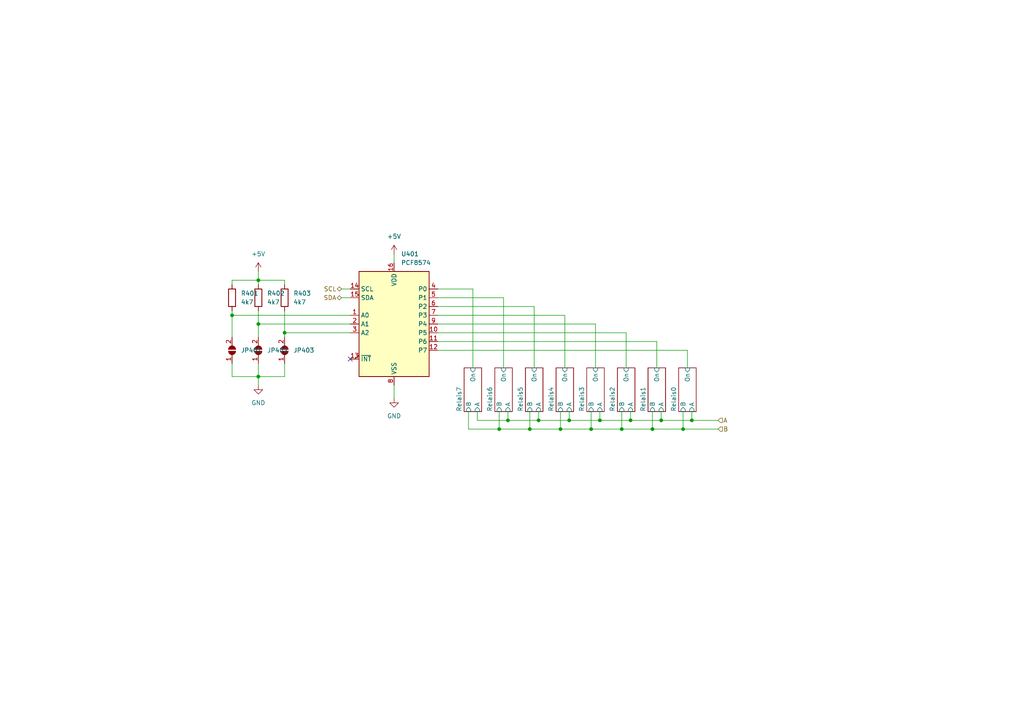
<source format=kicad_sch>
(kicad_sch (version 20211123) (generator eeschema)
  (paper "A4")
  (title_block (title "ESP32 Relaiskarte") (date "2022-03-30") (rev "0.0.3") (company "makerspace Bocholt") (comment 1 "+ optionale Servo Ansteuerung") (comment 2 "+ optionale Lan Karte") (comment 4 "Frank Tobergte"))
  (lib_symbols
    (symbol "Device:R" (pin_numbers hide) (pin_names (offset 0))
      (property "Reference" "R" (at 2.032 0 90))
      (property "Value" "R" (at 0 0 90))
      (symbol "R_0_1"
        (rectangle (start -1.016 -2.54) (end 1.016 2.54) (stroke (width 0.254)))
      )
      (symbol "R_1_1"
        (pin passive line (at 0 3.81 270) (length 1.27) (name "~") (number "1"))
        (pin passive line (at 0 -3.81 90) (length 1.27) (name "~") (number "2"))
      )
    )
    (symbol "Interface_Expansion:PCF8574"
      (property "Reference" "U" (at -8.89 16.51 0))
      (property "Value" "PCF8574" (at 2.54 16.51 0))
      (symbol "PCF8574_0_1"
        (rectangle (start -10.16 15.24) (end 10.16 -15.24) (stroke (width 0.254)) (fill (type background)))
      )
      (symbol "PCF8574_1_1"
        (pin input line (at -12.7 2.54 0) (length 2.54) (name "A0") (number "1"))
        (pin bidirectional line (at 12.7 -2.54 180) (length 2.54) (name "P5") (number "10"))
        (pin bidirectional line (at 12.7 -5.08 180) (length 2.54) (name "P6") (number "11"))
        (pin bidirectional line (at 12.7 -7.62 180) (length 2.54) (name "P7") (number "12"))
        (pin open_collector output_low (at -12.7 -10.16 0) (length 2.54) (name "~{INT}") (number "13"))
        (pin input line (at -12.7 10.16 0) (length 2.54) (name "SCL") (number "14"))
        (pin bidirectional line (at -12.7 7.62 0) (length 2.54) (name "SDA") (number "15"))
        (pin power_in line (at 0 17.78 270) (length 2.54) (name "VDD") (number "16"))
        (pin input line (at -12.7 0 0) (length 2.54) (name "A1") (number "2"))
        (pin input line (at -12.7 -2.54 0) (length 2.54) (name "A2") (number "3"))
        (pin bidirectional line (at 12.7 10.16 180) (length 2.54) (name "P0") (number "4"))
        (pin bidirectional line (at 12.7 7.62 180) (length 2.54) (name "P1") (number "5"))
        (pin bidirectional line (at 12.7 5.08 180) (length 2.54) (name "P2") (number "6"))
        (pin bidirectional line (at 12.7 2.54 180) (length 2.54) (name "P3") (number "7"))
        (pin power_in line (at 0 -17.78 90) (length 2.54) (name "VSS") (number "8"))
        (pin bidirectional line (at 12.7 0 180) (length 2.54) (name "P4") (number "9"))
      )
    )
    (symbol "Jumper:SolderJumper_2_Open" (pin_names (offset 0) hide)
      (property "Reference" "JP" (at 0 2.032 0))
      (property "Value" "SolderJumper_2_Open" (at 0 -2.54 0))
      (symbol "SolderJumper_2_Open_0_1"
        (arc (start -0.254 1.016) (mid -1.27 0) (end -0.254 -1.016))
        (arc (start -0.254 1.016) (mid -1.27 0) (end -0.254 -1.016) (fill (type outline)))
        (polyline (pts (xy -0.254 1.016) (xy -0.254 -1.016)))
        (polyline (pts (xy 0.254 1.016) (xy 0.254 -1.016)))
        (arc (start 0.254 -1.016) (mid 1.27 0) (end 0.254 1.016))
        (arc (start 0.254 -1.016) (mid 1.27 0) (end 0.254 1.016) (fill (type outline)))
      )
      (symbol "SolderJumper_2_Open_1_1"
        (pin passive line (at -3.81 0 0) (length 2.54) (name "A") (number "1"))
        (pin passive line (at 3.81 0 180) (length 2.54) (name "B") (number "2"))
      )
    )
    (symbol "power:+5V" (power) (pin_names (offset 0))
      (property "Value" "+5V" (at 0 3.556 0))
      (symbol "+5V_0_1"
        (polyline (pts (xy -0.762 1.27) (xy 0 2.54)))
        (polyline (pts (xy 0 0) (xy 0 2.54)))
        (polyline (pts (xy 0 2.54) (xy 0.762 1.27)))
      )
      (symbol "+5V_1_1"
        (pin power_in line (at 0 0 90) (length 0) hide (name "+5V") (number "1"))
      )
    )
    (symbol "power:GND" (power) (pin_names (offset 0))
      (property "Value" "GND" (at 0 -3.81 0))
      (symbol "GND_0_1"
        (polyline (pts (xy 0 0) (xy 0 -1.27) (xy 1.27 -1.27) (xy 0 -2.54) (xy -1.27 -1.27) (xy 0 -1.27)))
      )
      (symbol "GND_1_1"
        (pin power_in line (at 0 0 270) (length 0) hide (name "GND") (number "1"))
      )
    )
  )
  (junction (at 74.93 93.98))
  (junction (at 191.77 121.92))
  (junction (at 74.93 109.22))
  (junction (at 189.23 124.46))
  (junction (at 198.12 124.46))
  (junction (at 144.78 124.46))
  (junction (at 162.56 124.46))
  (junction (at 182.88 121.92))
  (junction (at 165.1 121.92))
  (junction (at 74.93 81.28))
  (junction (at 156.21 121.92))
  (junction (at 67.31 91.44))
  (junction (at 82.55 96.52))
  (junction (at 153.67 124.46))
  (junction (at 200.66 121.92))
  (junction (at 147.32 121.92))
  (junction (at 171.45 124.46))
  (junction (at 173.99 121.92))
  (junction (at 180.34 124.46))
  (no_connect (at 101.6 104.14))
  (wire (pts (xy 127 93.98) (xy 172.72 93.98)))
  (wire (pts (xy 198.12 124.46) (xy 189.23 124.46)))
  (wire (pts (xy 147.32 119.38) (xy 147.32 121.92)))
  (wire (pts (xy 180.34 124.46) (xy 171.45 124.46)))
  (wire (pts (xy 67.31 81.28) (xy 67.31 82.55)))
  (wire (pts (xy 147.32 121.92) (xy 156.21 121.92)))
  (wire (pts (xy 180.34 119.38) (xy 180.34 124.46)))
  (wire (pts (xy 146.05 86.36) (xy 146.05 106.68)))
  (wire (pts (xy 74.93 93.98) (xy 101.6 93.98)))
  (wire (pts (xy 190.5 99.06) (xy 190.5 106.68)))
  (wire (pts (xy 127 88.9) (xy 154.94 88.9)))
  (wire (pts (xy 127 101.6) (xy 199.39 101.6)))
  (wire (pts (xy 74.93 93.98) (xy 74.93 97.79)))
  (wire (pts (xy 162.56 119.38) (xy 162.56 124.46)))
  (wire (pts (xy 182.88 121.92) (xy 191.77 121.92)))
  (wire (pts (xy 191.77 119.38) (xy 191.77 121.92)))
  (wire (pts (xy 74.93 109.22) (xy 82.55 109.22)))
  (wire (pts (xy 127 96.52) (xy 181.61 96.52)))
  (wire (pts (xy 172.72 93.98) (xy 172.72 106.68)))
  (wire (pts (xy 67.31 105.41) (xy 67.31 109.22)))
  (wire (pts (xy 153.67 124.46) (xy 144.78 124.46)))
  (wire (pts (xy 82.55 96.52) (xy 82.55 97.79)))
  (wire (pts (xy 67.31 109.22) (xy 74.93 109.22)))
  (wire (pts (xy 74.93 105.41) (xy 74.93 109.22)))
  (wire (pts (xy 198.12 119.38) (xy 198.12 124.46)))
  (wire (pts (xy 144.78 119.38) (xy 144.78 124.46)))
  (wire (pts (xy 138.43 121.92) (xy 147.32 121.92)))
  (wire (pts (xy 199.39 101.6) (xy 199.39 106.68)))
  (wire (pts (xy 114.3 111.76) (xy 114.3 115.57)))
  (wire (pts (xy 74.93 109.22) (xy 74.93 111.76)))
  (wire (pts (xy 99.06 83.82) (xy 101.6 83.82)))
  (wire (pts (xy 127 83.82) (xy 137.16 83.82)))
  (wire (pts (xy 182.88 119.38) (xy 182.88 121.92)))
  (wire (pts (xy 67.31 90.17) (xy 67.31 91.44)))
  (wire (pts (xy 156.21 121.92) (xy 165.1 121.92)))
  (wire (pts (xy 137.16 83.82) (xy 137.16 106.68)))
  (wire (pts (xy 198.12 124.46) (xy 208.28 124.46)))
  (wire (pts (xy 127 86.36) (xy 146.05 86.36)))
  (wire (pts (xy 67.31 91.44) (xy 67.31 97.79)))
  (wire (pts (xy 99.06 86.36) (xy 101.6 86.36)))
  (wire (pts (xy 200.66 121.92) (xy 208.28 121.92)))
  (wire (pts (xy 181.61 96.52) (xy 181.61 106.68)))
  (wire (pts (xy 153.67 119.38) (xy 153.67 124.46)))
  (wire (pts (xy 82.55 90.17) (xy 82.55 96.52)))
  (wire (pts (xy 82.55 96.52) (xy 101.6 96.52)))
  (wire (pts (xy 74.93 81.28) (xy 67.31 81.28)))
  (wire (pts (xy 114.3 73.66) (xy 114.3 76.2)))
  (wire (pts (xy 127 99.06) (xy 190.5 99.06)))
  (wire (pts (xy 74.93 90.17) (xy 74.93 93.98)))
  (wire (pts (xy 82.55 105.41) (xy 82.55 109.22)))
  (wire (pts (xy 191.77 121.92) (xy 200.66 121.92)))
  (wire (pts (xy 127 91.44) (xy 163.83 91.44)))
  (wire (pts (xy 171.45 119.38) (xy 171.45 124.46)))
  (wire (pts (xy 154.94 88.9) (xy 154.94 106.68)))
  (wire (pts (xy 156.21 119.38) (xy 156.21 121.92)))
  (wire (pts (xy 138.43 119.38) (xy 138.43 121.92)))
  (wire (pts (xy 165.1 119.38) (xy 165.1 121.92)))
  (wire (pts (xy 135.89 119.38) (xy 135.89 124.46)))
  (wire (pts (xy 165.1 121.92) (xy 173.99 121.92)))
  (wire (pts (xy 74.93 78.74) (xy 74.93 81.28)))
  (wire (pts (xy 171.45 124.46) (xy 162.56 124.46)))
  (wire (pts (xy 173.99 119.38) (xy 173.99 121.92)))
  (wire (pts (xy 82.55 81.28) (xy 82.55 82.55)))
  (wire (pts (xy 162.56 124.46) (xy 153.67 124.46)))
  (wire (pts (xy 173.99 121.92) (xy 182.88 121.92)))
  (wire (pts (xy 82.55 81.28) (xy 74.93 81.28)))
  (wire (pts (xy 163.83 91.44) (xy 163.83 106.68)))
  (wire (pts (xy 189.23 124.46) (xy 180.34 124.46)))
  (wire (pts (xy 74.93 81.28) (xy 74.93 82.55)))
  (wire (pts (xy 144.78 124.46) (xy 135.89 124.46)))
  (wire (pts (xy 189.23 119.38) (xy 189.23 124.46)))
  (wire (pts (xy 67.31 91.44) (xy 101.6 91.44)))
  (wire (pts (xy 200.66 121.92) (xy 200.66 119.38)))
  (hierarchical_label "A" (shape input) (at 208.28 121.92 0))
  (hierarchical_label "B" (shape input) (at 208.28 124.46 0))
  (hierarchical_label "SDA" (shape bidirectional) (at 99.06 86.36 180))
  (hierarchical_label "SCL" (shape bidirectional) (at 99.06 83.82 180))
  (symbol (lib_id "power:+5V") (at 74.93 78.74 0) (unit 1)
    (property "Reference" "#PWR0402" (effects hide))
    (property "Value" "+5V" (at 74.93 73.66 0))
  )
  (symbol (lib_id "Interface_Expansion:PCF8574") (at 114.3 93.98 0) (unit 1)
    (property "Reference" "U401" (at 116.3194 73.66 0) (effects (justify left)))
    (property "Value" "PCF8574" (at 116.3194 76.2 0) (effects (justify left)))
    (property "Footprint" "Package_DIP:DIP-16_W7.62mm_LongPads" (effects hide))
    (property "Datasheet" "http://www.nxp.com/documents/data_sheet/PCF8574_PCF8574A.pdf" (effects hide))
  )
  (symbol (lib_id "Jumper:SolderJumper_2_Open") (at 74.93 101.6 90) (unit 1)
    (property "Reference" "JP402" (at 77.47 101.5999 90) (effects (justify right)))
    (property "Value" "SolderJumper_2_Open" (effects hide))
    (property "Footprint" "Jumper:SolderJumper-2_P1.3mm_Open_TrianglePad1.0x1.5mm" (effects hide))
  )
  (symbol (lib_id "Device:R") (at 67.31 86.36 0) (unit 1)
    (property "Reference" "R401" (at 69.85 85.0899 0) (effects (justify left)))
    (property "Value" "4k7" (at 69.85 87.6299 0) (effects (justify left)))
    (property "Footprint" "Resistor_THT:R_Axial_DIN0207_L6.3mm_D2.5mm_P10.16mm_Horizontal" (effects hide))
  )
  (symbol (lib_id "Device:R") (at 74.93 86.36 0) (unit 1)
    (property "Reference" "R402" (at 77.47 85.0899 0) (effects (justify left)))
    (property "Value" "4k7" (at 77.47 87.6299 0) (effects (justify left)))
    (property "Footprint" "Resistor_THT:R_Axial_DIN0207_L6.3mm_D2.5mm_P10.16mm_Horizontal" (effects hide))
  )
  (symbol (lib_id "Jumper:SolderJumper_2_Open") (at 82.55 101.6 90) (unit 1)
    (property "Reference" "JP403" (at 85.09 101.5999 90) (effects (justify right)))
    (property "Value" "SolderJumper_2_Open" (effects hide))
    (property "Footprint" "Jumper:SolderJumper-2_P1.3mm_Open_TrianglePad1.0x1.5mm" (effects hide))
  )
  (symbol (lib_id "power:+5V") (at 114.3 73.66 0) (unit 1)
    (property "Reference" "#PWR0401" (effects hide))
    (property "Value" "+5V" (at 114.3 68.58 0))
  )
  (symbol (lib_id "power:GND") (at 74.93 111.76 0) (unit 1)
    (property "Reference" "#PWR0403" (effects hide))
    (property "Value" "GND" (at 74.93 116.84 0))
  )
  (symbol (lib_id "Jumper:SolderJumper_2_Open") (at 67.31 101.6 90) (unit 1)
    (property "Reference" "JP401" (at 69.85 101.5999 90) (effects (justify right)))
    (property "Value" "SolderJumper_2_Open" (effects hide))
    (property "Footprint" "Jumper:SolderJumper-2_P1.3mm_Open_TrianglePad1.0x1.5mm" (effects hide))
  )
  (symbol (lib_id "Device:R") (at 82.55 86.36 0) (unit 1)
    (property "Reference" "R403" (at 85.09 85.0899 0) (effects (justify left)))
    (property "Value" "4k7" (at 85.09 87.6299 0) (effects (justify left)))
    (property "Footprint" "Resistor_THT:R_Axial_DIN0207_L6.3mm_D2.5mm_P10.16mm_Horizontal" (effects hide))
  )
  (symbol (lib_id "power:GND") (at 114.3 115.57 0) (unit 1)
    (property "Reference" "#PWR0404" (effects hide))
    (property "Value" "GND" (at 114.3 120.65 0))
  )
  (sheet (at 134.62 106.68) (size 5.08 12.7) (stroke (width 0.1524))
    (property "Sheet name" "Relais7" (at 133.9084 119.38 90) (effects (justify left bottom)))
    (property "Sheet file" "Relais.kicad_sch" (effects hide))
    (pin "B" input (at 135.89 119.38 270))
    (pin "A" input (at 138.43 119.38 270))
    (pin "On" input (at 137.16 106.68 90))
  )
  (sheet (at 143.51 106.68) (size 5.08 12.7) (stroke (width 0.1524))
    (property "Sheet name" "Relais6" (at 142.7984 119.38 90) (effects (justify left bottom)))
    (property "Sheet file" "Relais.kicad_sch" (effects hide))
    (pin "B" input (at 144.78 119.38 270))
    (pin "A" input (at 147.32 119.38 270))
    (pin "On" input (at 146.05 106.68 90))
  )
  (sheet (at 179.07 106.68) (size 5.08 12.7) (stroke (width 0.1524))
    (property "Sheet name" "Relais2" (at 178.3584 119.38 90) (effects (justify left bottom)))
    (property "Sheet file" "Relais.kicad_sch" (effects hide))
    (pin "B" input (at 180.34 119.38 270))
    (pin "A" input (at 182.88 119.38 270))
    (pin "On" input (at 181.61 106.68 90))
  )
  (sheet (at 161.29 106.68) (size 5.08 12.7) (stroke (width 0.1524))
    (property "Sheet name" "Relais4" (at 160.5784 119.38 90) (effects (justify left bottom)))
    (property "Sheet file" "Relais.kicad_sch" (effects hide))
    (pin "B" input (at 162.56 119.38 270))
    (pin "A" input (at 165.1 119.38 270))
    (pin "On" input (at 163.83 106.68 90))
  )
  (sheet (at 187.96 106.68) (size 5.08 12.7) (stroke (width 0.1524))
    (property "Sheet name" "Relais1" (at 187.2484 119.38 90) (effects (justify left bottom)))
    (property "Sheet file" "Relais.kicad_sch" (effects hide))
    (pin "B" input (at 189.23 119.38 270))
    (pin "A" input (at 191.77 119.38 270))
    (pin "On" input (at 190.5 106.68 90))
  )
  (sheet (at 170.18 106.68) (size 5.08 12.7) (stroke (width 0.1524))
    (property "Sheet name" "Relais3" (at 169.4684 119.38 90) (effects (justify left bottom)))
    (property "Sheet file" "Relais.kicad_sch" (effects hide))
    (pin "B" input (at 171.45 119.38 270))
    (pin "A" input (at 173.99 119.38 270))
    (pin "On" input (at 172.72 106.68 90))
  )
  (sheet (at 152.4 106.68) (size 5.08 12.7) (stroke (width 0.1524))
    (property "Sheet name" "Relais5" (at 151.6884 119.38 90) (effects (justify left bottom)))
    (property "Sheet file" "Relais.kicad_sch" (effects hide))
    (pin "B" input (at 153.67 119.38 270))
    (pin "A" input (at 156.21 119.38 270))
    (pin "On" input (at 154.94 106.68 90))
  )
  (sheet (at 196.85 106.68) (size 5.08 12.7) (stroke (width 0.1524))
    (property "Sheet name" "Relais0" (at 196.1384 119.38 90) (effects (justify left bottom)))
    (property "Sheet file" "Relais.kicad_sch" (effects hide))
    (pin "B" input (at 198.12 119.38 270))
    (pin "A" input (at 200.66 119.38 270))
    (pin "On" input (at 199.39 106.68 90))
  )
)
</source>
